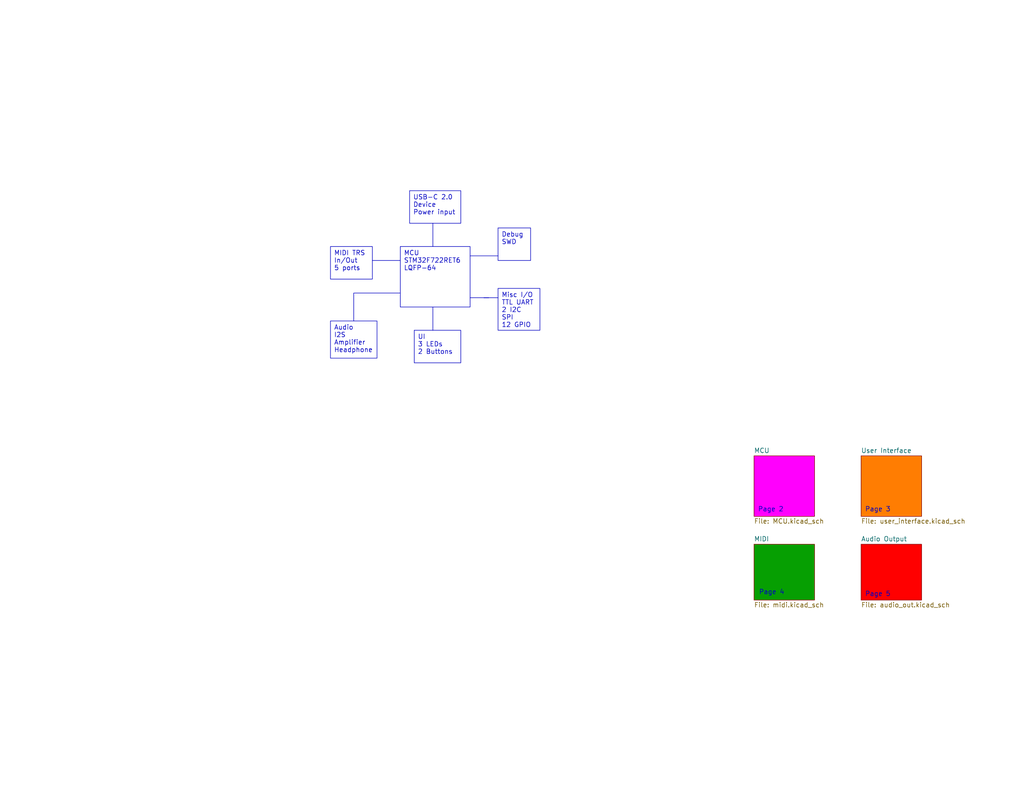
<source format=kicad_sch>
(kicad_sch
	(version 20231120)
	(generator "eeschema")
	(generator_version "8.0")
	(uuid "7cd74113-1f92-4dcc-8610-19aa9fc81e5f")
	(paper "USLetter")
	(title_block
		(title "Block Diagram")
		(date "2024-10-12")
		(rev "1")
		(company "Douglas P. Fields, Jr.")
		(comment 1 "symbolics@lisp.engineer")
		(comment 2 "https://creativecommons.org/licenses/by-sa/4.0/ ")
		(comment 3 "License: CC BY-SA 4.0")
		(comment 4 "Copyright 2024 Douglas P. Fields, Jr.")
	)
	(lib_symbols)
	(polyline
		(pts
			(xy 96.52 87.63) (xy 96.52 80.01)
		)
		(stroke
			(width 0)
			(type default)
		)
		(uuid "1dd7bdb7-8b1a-4638-a4d0-025bfde3446e")
	)
	(polyline
		(pts
			(xy 133.35 81.28) (xy 132.08 81.28)
		)
		(stroke
			(width 0)
			(type default)
		)
		(uuid "3ba0f4da-bfea-4687-aa37-765b6721d98b")
	)
	(polyline
		(pts
			(xy 132.08 81.28) (xy 135.89 81.28)
		)
		(stroke
			(width 0)
			(type default)
		)
		(uuid "56485fd1-23c1-452a-8823-61036fbd3d90")
	)
	(polyline
		(pts
			(xy 128.27 81.28) (xy 132.08 81.28)
		)
		(stroke
			(width 0)
			(type default)
		)
		(uuid "65a3d3eb-de33-46fb-83a5-deebd8190dda")
	)
	(polyline
		(pts
			(xy 118.11 60.96) (xy 118.11 67.31)
		)
		(stroke
			(width 0)
			(type default)
		)
		(uuid "676ea729-7d13-4fd4-a46b-febd9aff5a62")
	)
	(polyline
		(pts
			(xy 118.11 83.82) (xy 118.11 90.17)
		)
		(stroke
			(width 0)
			(type default)
		)
		(uuid "7eebdd3e-cd36-4e5e-b533-0319673a5ee3")
	)
	(polyline
		(pts
			(xy 96.52 80.01) (xy 109.22 80.01)
		)
		(stroke
			(width 0)
			(type default)
		)
		(uuid "93eff5a7-e2f7-4174-9244-892eda902662")
	)
	(polyline
		(pts
			(xy 128.27 69.85) (xy 135.89 69.85)
		)
		(stroke
			(width 0)
			(type default)
		)
		(uuid "940b0957-3613-4bb7-8274-edbdd69d6826")
	)
	(polyline
		(pts
			(xy 101.6 71.12) (xy 109.22 71.12)
		)
		(stroke
			(width 0)
			(type default)
		)
		(uuid "a8941eb0-f0e1-40fa-9f55-0d4e1490ab79")
	)
	(text_box "MIDI TRS\nIn/Out\n5 ports"
		(exclude_from_sim no)
		(at 90.17 67.31 0)
		(size 11.43 8.89)
		(stroke
			(width 0)
			(type default)
		)
		(fill
			(type none)
		)
		(effects
			(font
				(size 1.27 1.27)
			)
			(justify left top)
		)
		(uuid "0480607a-d389-4c15-92c6-22891c3c6b44")
	)
	(text_box "Misc I/O\nTTL UART\n2 I2C\nSPI\n12 GPIO"
		(exclude_from_sim no)
		(at 135.89 78.74 0)
		(size 11.43 11.43)
		(stroke
			(width 0)
			(type default)
		)
		(fill
			(type none)
		)
		(effects
			(font
				(size 1.27 1.27)
			)
			(justify left top)
		)
		(uuid "2aefeb97-7d17-424e-88da-bf4a450c6c13")
	)
	(text_box "MCU\nSTM32F722RET6\nLQFP-64"
		(exclude_from_sim no)
		(at 109.22 67.31 0)
		(size 19.05 16.51)
		(stroke
			(width 0)
			(type default)
		)
		(fill
			(type none)
		)
		(effects
			(font
				(size 1.27 1.27)
			)
			(justify left top)
		)
		(uuid "917dd3a5-5018-4914-a335-cc09e5c0eab5")
	)
	(text_box "UI\n3 LEDs\n2 Buttons"
		(exclude_from_sim no)
		(at 113.03 90.17 0)
		(size 12.7 8.89)
		(stroke
			(width 0)
			(type default)
		)
		(fill
			(type none)
		)
		(effects
			(font
				(size 1.27 1.27)
			)
			(justify left top)
		)
		(uuid "c14a3a28-ab59-41de-8e37-629ee9b94a73")
	)
	(text_box "USB-C 2.0 \nDevice\nPower input"
		(exclude_from_sim no)
		(at 111.76 52.07 0)
		(size 13.97 8.89)
		(stroke
			(width 0)
			(type default)
		)
		(fill
			(type none)
		)
		(effects
			(font
				(size 1.27 1.27)
			)
			(justify left top)
		)
		(uuid "d18182b4-e267-418d-aa81-f6ddbe7bb763")
	)
	(text_box "Audio\nI2S\nAmplifier\nHeadphone"
		(exclude_from_sim no)
		(at 90.17 87.63 0)
		(size 12.7 10.16)
		(stroke
			(width 0)
			(type default)
		)
		(fill
			(type none)
		)
		(effects
			(font
				(size 1.27 1.27)
			)
			(justify left top)
		)
		(uuid "d8582a58-5e17-4171-8c57-16faabd61f9a")
	)
	(text_box "Debug\nSWD"
		(exclude_from_sim no)
		(at 135.89 62.23 0)
		(size 8.89 8.89)
		(stroke
			(width 0)
			(type default)
		)
		(fill
			(type none)
		)
		(effects
			(font
				(size 1.27 1.27)
			)
			(justify left top)
		)
		(uuid "f87e8ae1-3fce-406c-9b4b-cc696cb2ba74")
	)
	(text "Page 5"
		(exclude_from_sim no)
		(at 239.522 162.306 0)
		(effects
			(font
				(size 1.27 1.27)
			)
		)
		(uuid "58e1e3fc-215a-4a51-af00-8c1fcb651189")
	)
	(text "Page 3\n"
		(exclude_from_sim no)
		(at 239.522 139.192 0)
		(effects
			(font
				(size 1.27 1.27)
			)
		)
		(uuid "85af757c-566f-42cb-8c41-10d1f3ff29a5")
	)
	(text "Page 2"
		(exclude_from_sim no)
		(at 210.312 139.192 0)
		(effects
			(font
				(size 1.27 1.27)
			)
		)
		(uuid "e814e18d-8842-40ff-a732-020f1b7fa22a")
	)
	(text "Page 4"
		(exclude_from_sim no)
		(at 210.566 161.798 0)
		(effects
			(font
				(size 1.27 1.27)
			)
		)
		(uuid "efec8f44-788f-410d-a938-cfb9d9ecd7d2")
	)
	(sheet
		(at 234.95 124.46)
		(size 16.51 16.51)
		(fields_autoplaced yes)
		(stroke
			(width 0.1524)
			(type solid)
		)
		(fill
			(color 255 125 2 1.0000)
		)
		(uuid "96c396b4-5394-4a50-9288-ad4476d1492f")
		(property "Sheetname" "User Interface"
			(at 234.95 123.7484 0)
			(effects
				(font
					(size 1.27 1.27)
				)
				(justify left bottom)
			)
		)
		(property "Sheetfile" "user_interface.kicad_sch"
			(at 234.95 141.5546 0)
			(effects
				(font
					(size 1.27 1.27)
				)
				(justify left top)
			)
		)
		(instances
			(project "stm-midi-poc1"
				(path "/7cd74113-1f92-4dcc-8610-19aa9fc81e5f"
					(page "3")
				)
			)
		)
	)
	(sheet
		(at 234.95 148.59)
		(size 16.51 15.24)
		(fields_autoplaced yes)
		(stroke
			(width 0.1524)
			(type solid)
		)
		(fill
			(color 255 0 0 1.0000)
		)
		(uuid "c9577070-7433-48cd-ae0f-c607bda27147")
		(property "Sheetname" "Audio Output"
			(at 234.95 147.8784 0)
			(effects
				(font
					(size 1.27 1.27)
				)
				(justify left bottom)
			)
		)
		(property "Sheetfile" "audio_out.kicad_sch"
			(at 234.95 164.4146 0)
			(effects
				(font
					(size 1.27 1.27)
				)
				(justify left top)
			)
		)
		(instances
			(project "stm-midi-poc1"
				(path "/7cd74113-1f92-4dcc-8610-19aa9fc81e5f"
					(page "5")
				)
			)
		)
	)
	(sheet
		(at 205.74 148.59)
		(size 16.51 15.24)
		(fields_autoplaced yes)
		(stroke
			(width 0.1524)
			(type solid)
		)
		(fill
			(color 6 159 2 1.0000)
		)
		(uuid "d4c8579f-7658-4ad2-a672-2baa765565aa")
		(property "Sheetname" "MIDI"
			(at 205.74 147.8784 0)
			(effects
				(font
					(size 1.27 1.27)
				)
				(justify left bottom)
			)
		)
		(property "Sheetfile" "midi.kicad_sch"
			(at 205.74 164.4146 0)
			(effects
				(font
					(size 1.27 1.27)
				)
				(justify left top)
			)
		)
		(instances
			(project "stm-midi-poc1"
				(path "/7cd74113-1f92-4dcc-8610-19aa9fc81e5f"
					(page "4")
				)
			)
		)
	)
	(sheet
		(at 205.74 124.46)
		(size 16.51 16.51)
		(fields_autoplaced yes)
		(stroke
			(width 0.1524)
			(type solid)
		)
		(fill
			(color 255 0 253 1.0000)
		)
		(uuid "fb10b81b-747c-4030-b31b-dec45474bc0e")
		(property "Sheetname" "MCU"
			(at 205.74 123.7484 0)
			(effects
				(font
					(size 1.27 1.27)
				)
				(justify left bottom)
			)
		)
		(property "Sheetfile" "MCU.kicad_sch"
			(at 205.74 141.5546 0)
			(effects
				(font
					(size 1.27 1.27)
				)
				(justify left top)
			)
		)
		(instances
			(project "stm-midi-poc1"
				(path "/7cd74113-1f92-4dcc-8610-19aa9fc81e5f"
					(page "2")
				)
			)
		)
	)
	(sheet_instances
		(path "/"
			(page "1")
		)
	)
)

</source>
